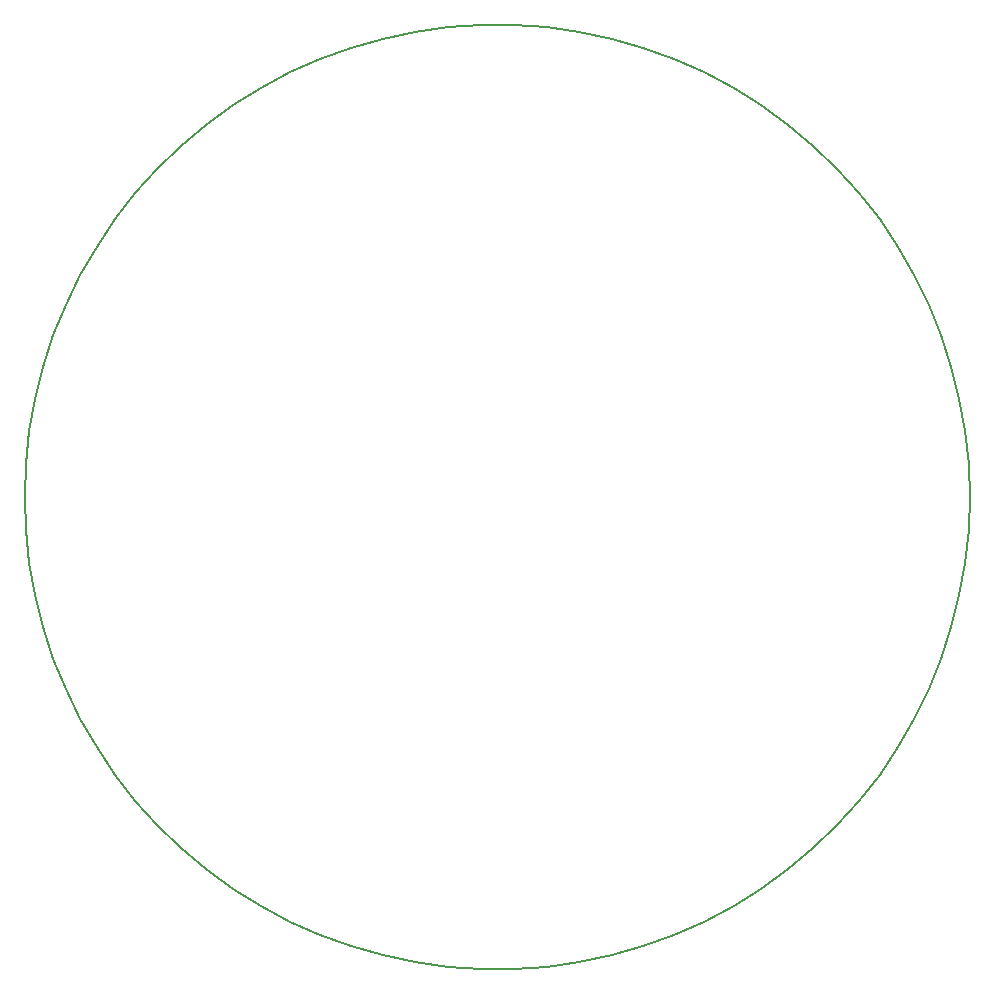
<source format=gko>
%FSLAX23Y23*%
%MOMM*%
%SFA1B1*%

%IPPOS*%
%ADD34C,0.199898*%
G54D34*
X39999Y0D02*
D01*
X39902Y2790*
X39610Y5566*
X39125Y8316*
X38450Y11025*
X37587Y13680*
X36541Y16269*
X35317Y18778*
X33921Y21196*
X32360Y23511*
X30641Y25711*
X28773Y27786*
X26765Y29725*
X24626Y31520*
X22367Y33161*
X19999Y34640*
X17534Y35951*
X14984Y37087*
X12360Y38042*
X9676Y38811*
X6945Y39392*
X4181Y39780*
X1395Y39975*
X-1395*
X-4181Y39780*
X-6945Y39392*
X-9676Y38811*
X-12360Y38042*
X-14984Y37087*
X-17534Y35951*
X-19999Y34640*
X-22367Y33161*
X-24626Y31520*
X-26765Y29725*
X-28773Y27786*
X-30641Y25711*
X-32360Y23511*
X-33921Y21196*
X-35317Y18778*
X-36541Y16269*
X-37587Y13680*
X-38450Y11025*
X-39125Y8316*
X-39610Y5566*
X-39902Y2790*
X-39999Y0*
X-39902Y-2790*
X-39610Y-5566*
X-39125Y-8316*
X-38450Y-11025*
X-37587Y-13680*
X-36541Y-16269*
X-35317Y-18778*
X-33921Y-21196*
X-32360Y-23511*
X-30641Y-25711*
X-28773Y-27786*
X-26765Y-29725*
X-24626Y-31520*
X-22367Y-33161*
X-19999Y-34640*
X-17534Y-35951*
X-14984Y-37087*
X-12360Y-38042*
X-9676Y-38811*
X-6945Y-39392*
X-4181Y-39780*
X-1395Y-39975*
X1395*
X4181Y-39780*
X6945Y-39392*
X9676Y-38811*
X12360Y-38042*
X14984Y-37087*
X17534Y-35951*
X19999Y-34640*
X22367Y-33161*
X24626Y-31520*
X26765Y-29725*
X28773Y-27786*
X30641Y-25711*
X32360Y-23511*
X33921Y-21196*
X35317Y-18778*
X36541Y-16269*
X37587Y-13680*
X38450Y-11025*
X39125Y-8316*
X39610Y-5566*
X39902Y-2790*
X39999Y0*
M02*
</source>
